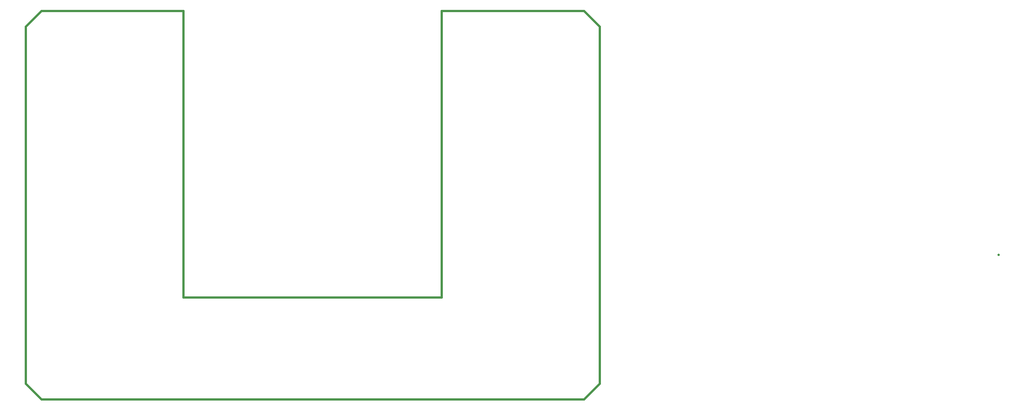
<source format=gm1>
G04 #@! TF.GenerationSoftware,KiCad,Pcbnew,5.1.9+dfsg1-1~bpo10+1*
G04 #@! TF.CreationDate,2021-11-09T03:07:47+00:00*
G04 #@! TF.ProjectId,120-channel-pogo-pin-board,3132302d-6368-4616-9e6e-656c2d706f67,v3.4*
G04 #@! TF.SameCoordinates,Original*
G04 #@! TF.FileFunction,Profile,NP*
%FSLAX46Y46*%
G04 Gerber Fmt 4.6, Leading zero omitted, Abs format (unit mm)*
G04 Created by KiCad (PCBNEW 5.1.9+dfsg1-1~bpo10+1) date 2021-11-09 03:07:47*
%MOMM*%
%LPD*%
G01*
G04 APERTURE LIST*
G04 #@! TA.AperFunction,Profile*
%ADD10C,0.381000*%
G04 #@! TD*
G04 APERTURE END LIST*
D10*
X45900000Y-145250000D02*
X45900000Y-78000000D01*
X48900000Y-148250000D02*
X45900000Y-145250000D01*
X154150000Y-145250000D02*
X154150000Y-78000000D01*
X154150000Y-145250000D02*
X151150000Y-148250000D01*
X151150000Y-75000000D02*
X124350000Y-75000000D01*
X154150000Y-78000000D02*
X151150000Y-75000000D01*
X48900000Y-75000000D02*
X75650000Y-75000000D01*
X45900000Y-78000000D02*
X48900000Y-75000000D01*
X151150000Y-148250000D02*
X48900000Y-148250000D01*
X75650000Y-75000000D02*
X75650000Y-129000000D01*
X229349500Y-121018500D02*
X229349500Y-121018500D01*
X124350000Y-75000000D02*
X124350000Y-129000000D01*
X75650000Y-129000000D02*
X124350000Y-129000000D01*
M02*

</source>
